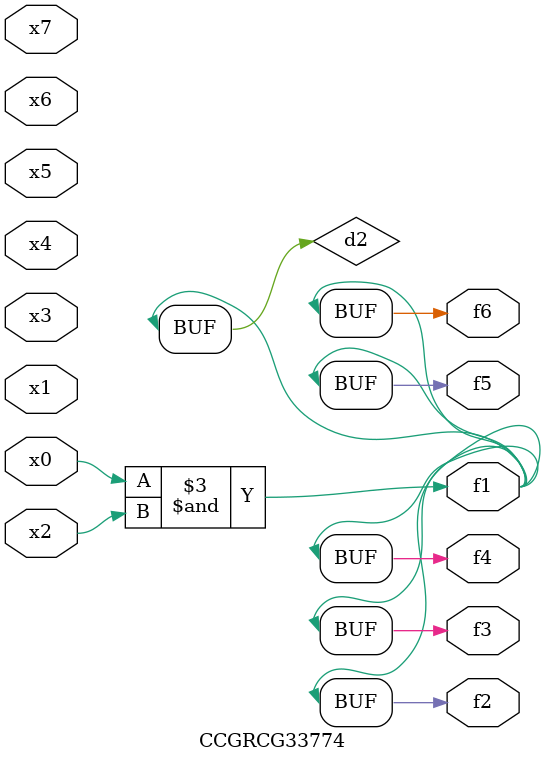
<source format=v>
module CCGRCG33774(
	input x0, x1, x2, x3, x4, x5, x6, x7,
	output f1, f2, f3, f4, f5, f6
);

	wire d1, d2;

	nor (d1, x3, x6);
	and (d2, x0, x2);
	assign f1 = d2;
	assign f2 = d2;
	assign f3 = d2;
	assign f4 = d2;
	assign f5 = d2;
	assign f6 = d2;
endmodule

</source>
